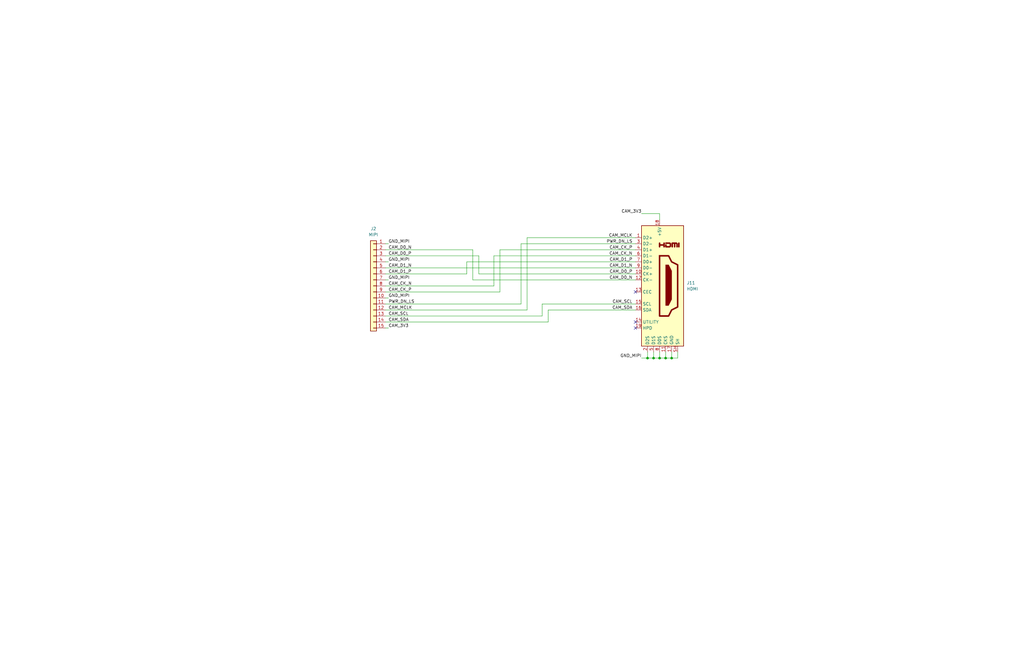
<source format=kicad_sch>
(kicad_sch (version 20231120) (generator "eeschema") (generator_version "8.0")
  (paper "B")
  (title_block (title "NX J401 Adapter") (date "2024-08-10") (rev "3") (company "971 Spartan Robotics"))
  (lib_symbols
    (symbol "Connector:HDMI_A"
      (property "Reference" "J" (at -6.35 26.67 0))
      (property "Value" "HDMI_A" (at 10.16 26.67 0))
      (symbol "HDMI_A_0_0"
        (polyline (pts (xy 8.128 16.51) (xy 8.128 18.034)) (stroke (width 0.635)))
        (polyline (pts (xy 0 16.51) (xy 0 18.034) (xy 0 17.272) (xy 1.905 17.272) (xy 1.905 18.034) (xy 1.905 16.51)) (stroke (width 0.635)))
        (polyline (pts (xy 2.667 18.034) (xy 4.318 18.034) (xy 4.572 17.78) (xy 4.572 16.764) (xy 4.318 16.51) (xy 2.667 16.51) (xy 2.667 17.272)) (stroke (width 0.635)))
      )
      (symbol "HDMI_A_0_1"
        (rectangle (start -7.62 25.4) (end 10.16 -25.4) (stroke (width 0.254)) (fill (type background)))
        (polyline (pts (xy 2.54 8.89) (xy 3.81 8.89) (xy 5.08 6.35) (xy 5.08 -5.715) (xy 3.81 -8.255) (xy 2.54 -8.255) (xy 2.54 8.89)) (fill (type outline)))
        (polyline (pts (xy 5.334 16.51) (xy 5.334 18.034) (xy 6.35 18.034) (xy 6.35 16.51) (xy 6.35 18.034) (xy 7.112 18.034) (xy 7.366 17.78) (xy 7.366 16.51)) (stroke (width 0.635)))
        (polyline (pts (xy 0 12.7) (xy 0 -12.7) (xy 3.81 -12.7) (xy 5.08 -10.16) (xy 7.62 -8.89) (xy 7.62 8.89) (xy 5.08 10.16) (xy 3.81 12.7) (xy 0 12.7)) (stroke (width 0.635)))
      )
      (symbol "HDMI_A_1_1"
        (pin passive line (at -10.16 20.32 0) (length 2.54) (name "D2+") (number "1"))
        (pin passive line (at -10.16 5.08 0) (length 2.54) (name "CK+") (number "10"))
        (pin power_in line (at 2.54 -27.94 90) (length 2.54) (name "CKS") (number "11"))
        (pin passive line (at -10.16 2.54 0) (length 2.54) (name "CK-") (number "12"))
        (pin bidirectional line (at -10.16 -2.54 0) (length 2.54) (name "CEC") (number "13"))
        (pin passive line (at -10.16 -15.24 0) (length 2.54) (name "UTILITY") (number "14"))
        (pin passive line (at -10.16 -7.62 0) (length 2.54) (name "SCL") (number "15"))
        (pin bidirectional line (at -10.16 -10.16 0) (length 2.54) (name "SDA") (number "16"))
        (pin power_in line (at 5.08 -27.94 90) (length 2.54) (name "GND") (number "17"))
        (pin power_in line (at 0 27.94 270) (length 2.54) (name "+5V") (number "18"))
        (pin passive line (at -10.16 -17.78 0) (length 2.54) (name "HPD") (number "19"))
        (pin power_in line (at -5.08 -27.94 90) (length 2.54) (name "D2S") (number "2"))
        (pin passive line (at -10.16 17.78 0) (length 2.54) (name "D2-") (number "3"))
        (pin passive line (at -10.16 15.24 0) (length 2.54) (name "D1+") (number "4"))
        (pin power_in line (at -2.54 -27.94 90) (length 2.54) (name "D1S") (number "5"))
        (pin passive line (at -10.16 12.7 0) (length 2.54) (name "D1-") (number "6"))
        (pin passive line (at -10.16 10.16 0) (length 2.54) (name "D0+") (number "7"))
        (pin power_in line (at 0 -27.94 90) (length 2.54) (name "D0S") (number "8"))
        (pin passive line (at -10.16 7.62 0) (length 2.54) (name "D0-") (number "9"))
        (pin passive line (at 7.62 -27.94 90) (length 2.54) (name "SH") (number "SH"))
      )
    )
    (symbol "Connector_Generic:Conn_01x15" (pin_names (offset 1.016) hide)
      (property "Reference" "J" (at 0 20.32 0))
      (property "Value" "Conn_01x15" (at 0 -20.32 0))
      (symbol "Conn_01x15_1_1"
        (rectangle (start -1.27 -17.653) (end 0 -17.907) (stroke (width 0.1524)))
        (rectangle (start -1.27 -15.113) (end 0 -15.367) (stroke (width 0.1524)))
        (rectangle (start -1.27 -12.573) (end 0 -12.827) (stroke (width 0.1524)))
        (rectangle (start -1.27 -10.033) (end 0 -10.287) (stroke (width 0.1524)))
        (rectangle (start -1.27 -7.493) (end 0 -7.747) (stroke (width 0.1524)))
        (rectangle (start -1.27 -4.953) (end 0 -5.207) (stroke (width 0.1524)))
        (rectangle (start -1.27 -2.413) (end 0 -2.667) (stroke (width 0.1524)))
        (rectangle (start -1.27 0.127) (end 0 -0.127) (stroke (width 0.1524)))
        (rectangle (start -1.27 2.667) (end 0 2.413) (stroke (width 0.1524)))
        (rectangle (start -1.27 5.207) (end 0 4.953) (stroke (width 0.1524)))
        (rectangle (start -1.27 7.747) (end 0 7.493) (stroke (width 0.1524)))
        (rectangle (start -1.27 10.287) (end 0 10.033) (stroke (width 0.1524)))
        (rectangle (start -1.27 12.827) (end 0 12.573) (stroke (width 0.1524)))
        (rectangle (start -1.27 15.367) (end 0 15.113) (stroke (width 0.1524)))
        (rectangle (start -1.27 17.907) (end 0 17.653) (stroke (width 0.1524)))
        (rectangle (start -1.27 19.05) (end 1.27 -19.05) (stroke (width 0.254)) (fill (type background)))
        (pin passive line (at -5.08 17.78 0) (length 3.81) (name "Pin_1") (number "1"))
        (pin passive line (at -5.08 -5.08 0) (length 3.81) (name "Pin_10") (number "10"))
        (pin passive line (at -5.08 -7.62 0) (length 3.81) (name "Pin_11") (number "11"))
        (pin passive line (at -5.08 -10.16 0) (length 3.81) (name "Pin_12") (number "12"))
        (pin passive line (at -5.08 -12.7 0) (length 3.81) (name "Pin_13") (number "13"))
        (pin passive line (at -5.08 -15.24 0) (length 3.81) (name "Pin_14") (number "14"))
        (pin passive line (at -5.08 -17.78 0) (length 3.81) (name "Pin_15") (number "15"))
        (pin passive line (at -5.08 15.24 0) (length 3.81) (name "Pin_2") (number "2"))
        (pin passive line (at -5.08 12.7 0) (length 3.81) (name "Pin_3") (number "3"))
        (pin passive line (at -5.08 10.16 0) (length 3.81) (name "Pin_4") (number "4"))
        (pin passive line (at -5.08 7.62 0) (length 3.81) (name "Pin_5") (number "5"))
        (pin passive line (at -5.08 5.08 0) (length 3.81) (name "Pin_6") (number "6"))
        (pin passive line (at -5.08 2.54 0) (length 3.81) (name "Pin_7") (number "7"))
        (pin passive line (at -5.08 0 0) (length 3.81) (name "Pin_8") (number "8"))
        (pin passive line (at -5.08 -2.54 0) (length 3.81) (name "Pin_9") (number "9"))
      )
    )
  )
  (junction (at 275.59 151.13))
  (junction (at 280.67 151.13))
  (junction (at 273.05 151.13))
  (junction (at 283.21 151.13))
  (junction (at 278.13 151.13))
  (no_connect (at 267.97 135.89))
  (no_connect (at 267.97 138.43))
  (no_connect (at 267.97 123.19))
  (wire (pts (xy 208.28 120.65) (xy 208.28 107.95)))
  (wire (pts (xy 162.56 135.89) (xy 231.14 135.89)))
  (wire (pts (xy 162.56 118.11) (xy 163.83 118.11)))
  (wire (pts (xy 228.6 128.27) (xy 267.97 128.27)))
  (wire (pts (xy 162.56 128.27) (xy 219.71 128.27)))
  (wire (pts (xy 210.82 105.41) (xy 267.97 105.41)))
  (wire (pts (xy 162.56 130.81) (xy 222.25 130.81)))
  (wire (pts (xy 162.56 120.65) (xy 208.28 120.65)))
  (wire (pts (xy 273.05 148.59) (xy 273.05 151.13)))
  (wire (pts (xy 162.56 102.87) (xy 163.83 102.87)))
  (wire (pts (xy 201.93 107.95) (xy 201.93 115.57)))
  (wire (pts (xy 162.56 138.43) (xy 163.83 138.43)))
  (wire (pts (xy 278.13 90.17) (xy 270.51 90.17)))
  (wire (pts (xy 162.56 113.03) (xy 267.97 113.03)))
  (wire (pts (xy 199.39 105.41) (xy 199.39 118.11)))
  (wire (pts (xy 222.25 100.33) (xy 267.97 100.33)))
  (wire (pts (xy 162.56 115.57) (xy 196.85 115.57)))
  (wire (pts (xy 231.14 130.81) (xy 267.97 130.81)))
  (wire (pts (xy 196.85 110.49) (xy 267.97 110.49)))
  (wire (pts (xy 270.51 151.13) (xy 273.05 151.13)))
  (wire (pts (xy 162.56 110.49) (xy 163.83 110.49)))
  (wire (pts (xy 278.13 148.59) (xy 278.13 151.13)))
  (wire (pts (xy 280.67 148.59) (xy 280.67 151.13)))
  (wire (pts (xy 208.28 107.95) (xy 267.97 107.95)))
  (wire (pts (xy 196.85 115.57) (xy 196.85 110.49)))
  (wire (pts (xy 280.67 151.13) (xy 278.13 151.13)))
  (wire (pts (xy 199.39 118.11) (xy 267.97 118.11)))
  (wire (pts (xy 231.14 130.81) (xy 231.14 135.89)))
  (wire (pts (xy 275.59 151.13) (xy 273.05 151.13)))
  (wire (pts (xy 210.82 123.19) (xy 210.82 105.41)))
  (wire (pts (xy 219.71 102.87) (xy 267.97 102.87)))
  (wire (pts (xy 278.13 92.71) (xy 278.13 90.17)))
  (wire (pts (xy 201.93 115.57) (xy 267.97 115.57)))
  (wire (pts (xy 162.56 133.35) (xy 228.6 133.35)))
  (wire (pts (xy 275.59 148.59) (xy 275.59 151.13)))
  (wire (pts (xy 283.21 151.13) (xy 280.67 151.13)))
  (wire (pts (xy 222.25 100.33) (xy 222.25 130.81)))
  (wire (pts (xy 162.56 125.73) (xy 163.83 125.73)))
  (wire (pts (xy 162.56 107.95) (xy 201.93 107.95)))
  (wire (pts (xy 278.13 151.13) (xy 275.59 151.13)))
  (wire (pts (xy 162.56 123.19) (xy 210.82 123.19)))
  (wire (pts (xy 162.56 105.41) (xy 199.39 105.41)))
  (wire (pts (xy 228.6 128.27) (xy 228.6 133.35)))
  (wire (pts (xy 219.71 128.27) (xy 219.71 102.87)))
  (wire (pts (xy 285.75 148.59) (xy 285.75 151.13)))
  (wire (pts (xy 283.21 148.59) (xy 283.21 151.13)))
  (wire (pts (xy 285.75 151.13) (xy 283.21 151.13)))
  (text "${SHEETNAME}" (at 204.47 81.28 0) (effects (font (size 2 2) (bold yes)) (justify left bottom)))
  (label "CAM_SDA" (at 163.83 135.89 0))
  (label "GND_MIPI" (at 163.83 125.73 0))
  (label "CAM_D1_N" (at 266.7 113.03 180))
  (label "CAM_CK_N" (at 163.83 120.65 0))
  (label "GND_MIPI" (at 270.51 151.13 180))
  (label "CAM_3V3" (at 270.51 90.17 180))
  (label "CAM_CK_P" (at 266.7 105.41 180))
  (label "CAM_CK_N" (at 266.7 107.95 180))
  (label "CAM_D0_P" (at 266.7 115.57 180))
  (label "CAM_D1_N" (at 163.83 113.03 0))
  (label "CAM_D1_P" (at 163.83 115.57 0))
  (label "CAM_D0_P" (at 163.83 107.95 0))
  (label "CAM_D0_N" (at 266.7 118.11 180))
  (label "CAM_CK_P" (at 163.83 123.19 0))
  (label "GND_MIPI" (at 163.83 102.87 0))
  (label "GND_MIPI" (at 163.83 118.11 0))
  (label "CAM_D0_N" (at 163.83 105.41 0))
  (label "CAM_D1_P" (at 266.7 110.49 180))
  (label "CAM_MCLK" (at 163.83 130.81 0))
  (label "CAM_SCL" (at 266.7 128.27 180))
  (label "PWR_DN_LS" (at 163.83 128.27 0))
  (label "CAM_SCL" (at 163.83 133.35 0))
  (label "GND_MIPI" (at 163.83 110.49 0))
  (label "CAM_SDA" (at 266.7 130.81 180))
  (label "CAM_MCLK" (at 266.7 100.33 180))
  (label "PWR_DN_LS" (at 266.7 102.87 180))
  (label "CAM_3V3" (at 163.83 138.43 0))
  (symbol (lib_id "Connector_Generic:Conn_01x15") (at 157.48 120.65 0) (mirror y) (unit 1)
    (property "Reference" "J2" (at 157.48 96.52 0))
    (property "Value" "MIPI" (at 157.48 99.06 0))
    (property "Footprint" "NX-J401-Adapter:TE_1-1734248-5" (effects (hide yes)))
    (property "Datasheet" "Components/TE-FPC-1734248_E1__.pdf" (effects (hide yes)))
    (property "MFG" "TE Connectivity" (effects (hide yes)))
    (property "MFG P/N" "1-1734248-5" (effects (hide yes)))
    (property "DIST" "Digikey" (effects (hide yes)))
    (property "DIST P/N" "A101418CT-ND" (effects (hide yes)))
    (instances (project "NX-J401-Adapter" (path "" (reference "J2") (unit 1)) (path "" (reference "J4") (unit 1))))
  )
  (symbol (lib_id "Connector:HDMI_A") (at 278.13 120.65 0) (unit 1)
    (property "Reference" "J11" (at 289.56 119.38 0) (effects (justify left)))
    (property "Value" "HDMI" (at 289.56 121.92 0) (effects (justify left)))
    (property "Footprint" "NX-J401-Adapter:SWITCHCRAFT_RAVHD19ETR" (effects (hide yes)))
    (property "Datasheet" "Components/Switchcraft-RAVHD19ETR_CD.pdf" (effects (hide yes)))
    (property "Description" "HDMI HDMI 2.0 Receptacle Connector 19 Position Through Hole, Right Angle" (effects (hide yes)))
    (property "MFG" "Switchcraft" (effects (hide yes)))
    (property "MFG P/N" "RAVHD19ETR" (effects (hide yes)))
    (property "DIST" "Digikey" (effects (hide yes)))
    (property "DIST P/N" "137-RAVHD19ECT-ND" (effects (hide yes)))
    (instances (project "NX-J401-Adapter" (path "" (reference "J11") (unit 1)) (path "" (reference "J10") (unit 1))))
  )
)
</source>
